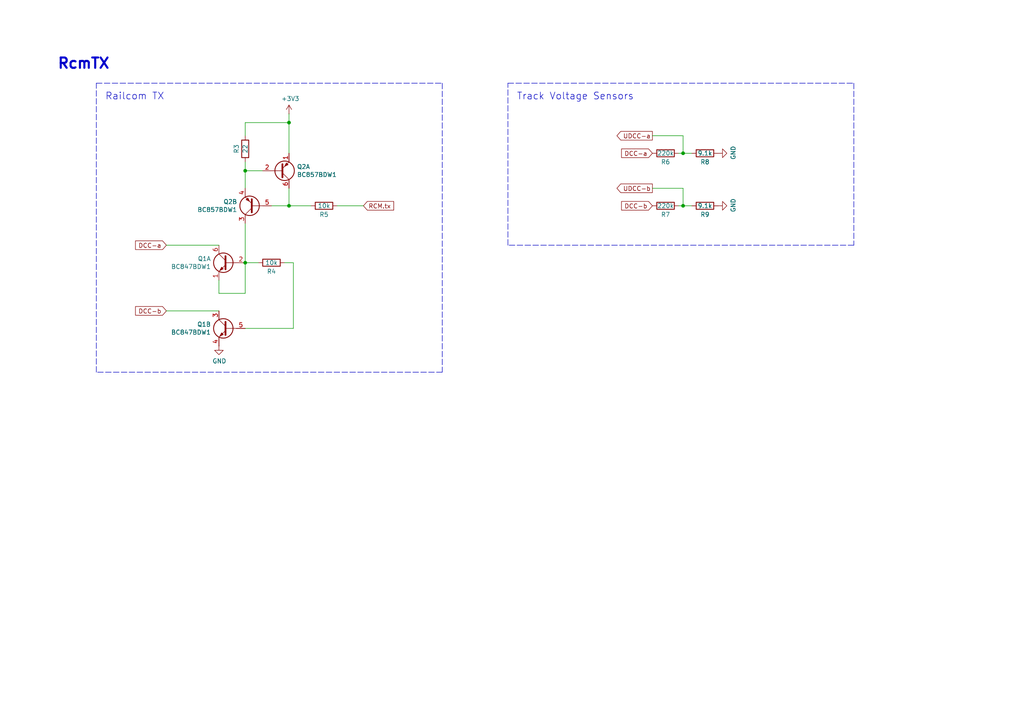
<source format=kicad_sch>
(kicad_sch (version 20250114) (generator "eeschema") (generator_version "9.0")
  (paper "A4")
  (title_block (title "RTB P26 Railcom/Motor IF") (date "2025-09-07") (rev "1") (company "Frank Schumacher") (comment 1 "Railcom sender & Motor driver") (comment 2 "P26.1"))
  (lib_symbols
    (symbol "Device:R" (pin_numbers (hide yes)) (pin_names (offset 0))
      (property "Reference" "R" (at 2.032 0 90))
      (property "Value" "R" (at 0 0 90))
      (symbol "R_0_1"
        (rectangle (start -1.016 -2.54) (end 1.016 2.54) (stroke (width 0.254)))
      )
      (symbol "R_1_1"
        (pin passive line (at 0 3.81 270) (length 1.27) (name "~") (number "1"))
        (pin passive line (at 0 -3.81 90) (length 1.27) (name "~") (number "2"))
      )
    )
    (symbol "Transistor_BJT:BC847BDW1" (pin_names (offset 0) (hide yes))
      (property "Reference" "Q" (at 5.08 1.27 0))
      (property "Value" "BC847BDW1" (at 5.08 -1.27 0))
      (symbol "BC847BDW1_0_1"
        (polyline (pts (xy 0.635 1.905) (xy 0.635 -1.905)) (stroke (width 0.508)))
        (polyline (pts (xy 0.635 0.635) (xy 2.54 2.54)))
        (polyline (pts (xy 0.635 0) (xy -2.54 0)))
        (polyline (pts (xy 0.635 -0.635) (xy 2.54 -2.54)))
        (circle (center 1.27 0) (radius 2.8194) (stroke (width 0.254)))
        (polyline (pts (xy 1.27 -1.778) (xy 1.778 -1.27) (xy 2.286 -2.286) (xy 1.27 -1.778)) (fill (type outline)))
      )
      (symbol "BC847BDW1_1_1"
        (pin input line (at -5.08 0 0) (length 2.54) (name "B1") (number "2"))
        (pin passive line (at 2.54 5.08 270) (length 2.54) (name "C1") (number "6"))
        (pin passive line (at 2.54 -5.08 90) (length 2.54) (name "E1") (number "1"))
      )
      (symbol "BC847BDW1_2_1"
        (pin input line (at -5.08 0 0) (length 2.54) (name "B2") (number "5"))
        (pin passive line (at 2.54 5.08 270) (length 2.54) (name "C2") (number "3"))
        (pin passive line (at 2.54 -5.08 90) (length 2.54) (name "E2") (number "4"))
      )
    )
    (symbol "Transistor_BJT:BC857BDW1" (pin_names (offset 0) (hide yes))
      (property "Reference" "Q" (at 5.08 1.27 0))
      (property "Value" "BC857BDW1" (at 5.08 -1.27 0))
      (symbol "BC857BDW1_0_1"
        (polyline (pts (xy 0.635 1.905) (xy 0.635 -1.905)) (stroke (width 0.508)))
        (polyline (pts (xy 0.635 0.635) (xy 2.54 2.54)))
        (polyline (pts (xy 0.635 0) (xy -2.54 0)))
        (polyline (pts (xy 0.635 -0.635) (xy 2.54 -2.54)))
        (circle (center 1.27 0) (radius 2.8194) (stroke (width 0.254)))
        (polyline (pts (xy 2.286 -1.778) (xy 1.778 -2.286) (xy 1.27 -1.27) (xy 2.286 -1.778)) (fill (type outline)))
      )
      (symbol "BC857BDW1_1_1"
        (pin input line (at -5.08 0 0) (length 2.54) (name "B1") (number "2"))
        (pin passive line (at 2.54 5.08 270) (length 2.54) (name "C1") (number "6"))
        (pin passive line (at 2.54 -5.08 90) (length 2.54) (name "E1") (number "1"))
      )
      (symbol "BC857BDW1_2_1"
        (pin input line (at -5.08 0 0) (length 2.54) (name "B2") (number "5"))
        (pin passive line (at 2.54 5.08 270) (length 2.54) (name "C2") (number "3"))
        (pin passive line (at 2.54 -5.08 90) (length 2.54) (name "E2") (number "4"))
      )
    )
    (symbol "power:+3V3" (power) (pin_numbers (hide yes)) (pin_names (offset 0) (hide yes))
      (property "Value" "+3V3" (at 0 3.556 0))
      (symbol "+3V3_0_1"
        (polyline (pts (xy -0.762 1.27) (xy 0 2.54)))
        (polyline (pts (xy 0 2.54) (xy 0.762 1.27)))
        (polyline (pts (xy 0 0) (xy 0 2.54)))
      )
      (symbol "+3V3_1_1"
        (pin power_in line (at 0 0 90) (length 0) (name "~") (number "1"))
      )
    )
    (symbol "power:GND" (power) (pin_numbers (hide yes)) (pin_names (offset 0) (hide yes))
      (property "Value" "GND" (at 0 -3.81 0))
      (symbol "GND_0_1"
        (polyline (pts (xy 0 0) (xy 0 -1.27) (xy 1.27 -1.27) (xy 0 -2.54) (xy -1.27 -1.27) (xy 0 -1.27)))
      )
      (symbol "GND_1_1"
        (pin power_in line (at 0 0 270) (length 0) (name "~") (number "1"))
      )
    )
  )
  (text "RcmTX" (at 16.51 20.32 0) (effects (font (size 2.9972 2.9972) (thickness 0.5994) (bold yes)) (justify left bottom)))
  (text "Railcom TX" (at 30.48 29.21 0) (effects (font (size 2.0066 2.0066)) (justify left bottom)))
  (text "Track Voltage Sensors" (at 149.86 29.21 0) (effects (font (size 2.0066 2.0066)) (justify left bottom)))
  (junction (at 83.82 59.69))
  (junction (at 198.12 44.45))
  (junction (at 71.12 76.2))
  (junction (at 198.12 59.69))
  (junction (at 71.12 49.53))
  (junction (at 83.82 35.56))
  (wire (pts (xy 198.12 39.37) (xy 198.12 44.45)))
  (polyline (pts (xy 128.27 107.95) (xy 27.94 107.95)) (stroke (width 0) (type dash)))
  (wire (pts (xy 71.12 95.25) (xy 85.09 95.25)))
  (wire (pts (xy 83.82 44.45) (xy 83.82 35.56)))
  (wire (pts (xy 97.79 59.69) (xy 105.41 59.69)))
  (wire (pts (xy 198.12 59.69) (xy 200.66 59.69)))
  (wire (pts (xy 198.12 54.61) (xy 198.12 59.69)))
  (wire (pts (xy 198.12 44.45) (xy 200.66 44.45)))
  (polyline (pts (xy 27.94 107.95) (xy 27.94 24.13)) (stroke (width 0) (type dash)))
  (wire (pts (xy 189.23 54.61) (xy 198.12 54.61)))
  (polyline (pts (xy 247.65 71.12) (xy 147.32 71.12)) (stroke (width 0) (type dash)))
  (wire (pts (xy 71.12 85.09) (xy 71.12 76.2)))
  (wire (pts (xy 78.74 59.69) (xy 83.82 59.69)))
  (wire (pts (xy 196.85 44.45) (xy 198.12 44.45)))
  (polyline (pts (xy 128.27 24.13) (xy 128.27 107.95)) (stroke (width 0) (type dash)))
  (wire (pts (xy 71.12 76.2) (xy 74.93 76.2)))
  (wire (pts (xy 85.09 95.25) (xy 85.09 76.2)))
  (wire (pts (xy 63.5 81.28) (xy 63.5 85.09)))
  (wire (pts (xy 83.82 35.56) (xy 83.82 33.02)))
  (wire (pts (xy 85.09 76.2) (xy 82.55 76.2)))
  (wire (pts (xy 71.12 35.56) (xy 71.12 39.37)))
  (wire (pts (xy 48.26 90.17) (xy 63.5 90.17)))
  (wire (pts (xy 83.82 59.69) (xy 83.82 54.61)))
  (wire (pts (xy 71.12 54.61) (xy 71.12 49.53)))
  (wire (pts (xy 71.12 46.99) (xy 71.12 49.53)))
  (wire (pts (xy 63.5 85.09) (xy 71.12 85.09)))
  (polyline (pts (xy 147.32 71.12) (xy 147.32 24.13)) (stroke (width 0) (type dash)))
  (wire (pts (xy 71.12 64.77) (xy 71.12 76.2)))
  (wire (pts (xy 71.12 35.56) (xy 83.82 35.56)))
  (polyline (pts (xy 247.65 24.13) (xy 247.65 71.12)) (stroke (width 0) (type dash)))
  (polyline (pts (xy 27.94 24.13) (xy 128.27 24.13)) (stroke (width 0) (type dash)))
  (wire (pts (xy 63.5 71.12) (xy 48.26 71.12)))
  (wire (pts (xy 196.85 59.69) (xy 198.12 59.69)))
  (wire (pts (xy 71.12 49.53) (xy 76.2 49.53)))
  (wire (pts (xy 189.23 39.37) (xy 198.12 39.37)))
  (polyline (pts (xy 147.32 24.13) (xy 247.65 24.13)) (stroke (width 0) (type dash)))
  (wire (pts (xy 83.82 59.69) (xy 90.17 59.69)))
  (global_label "RCM.tx" (shape input) (at 105.41 59.69 0) (property "Intersheetrefs" "${INTERSHEET_REFS}" (effects (hide yes))))
  (global_label "UDCC-b" (shape output) (at 189.23 54.61 180) (property "Intersheetrefs" "${INTERSHEET_REFS}" (effects (hide yes))))
  (global_label "DCC-a" (shape input) (at 48.26 71.12 180) (property "Intersheetrefs" "${INTERSHEET_REFS}" (effects (hide yes))))
  (global_label "DCC-b" (shape input) (at 48.26 90.17 180) (property "Intersheetrefs" "${INTERSHEET_REFS}" (effects (hide yes))))
  (global_label "DCC-b" (shape input) (at 189.23 59.69 180) (property "Intersheetrefs" "${INTERSHEET_REFS}" (effects (hide yes))))
  (global_label "DCC-a" (shape input) (at 189.23 44.45 180) (property "Intersheetrefs" "${INTERSHEET_REFS}" (effects (hide yes))))
  (global_label "UDCC-a" (shape output) (at 189.23 39.37 180) (property "Intersheetrefs" "${INTERSHEET_REFS}" (effects (hide yes))))
  (symbol (lib_id "Device:R") (at 193.04 44.45 90) (unit 1)
    (property "Reference" "R6" (at 193.04 46.99 90))
    (property "Value" "220k" (at 193.04 44.45 90))
    (property "Footprint" "Resistor_SMD:R_0603_1608Metric" (effects (hide yes)))
    (property "Description" "-55℃~+155℃ 100mW 220kΩ 75V Thick Film Resistor ±1% ±100ppm/℃ 0603 Chip Resistor - Surface Mount ROHS" (effects (hide yes)))
    (property "JLCPCB" "C22961" (effects (hide yes)))
  )
  (symbol (lib_id "Device:R") (at 204.47 44.45 90) (unit 1)
    (property "Reference" "R8" (at 204.47 46.99 90))
    (property "Value" "9.1k" (at 204.47 44.45 90))
    (property "Footprint" "Resistor_SMD:R_0603_1608Metric" (effects (hide yes)))
    (property "Description" "-55℃~+155℃ 100mW 75V 9.1kΩ Thick Film Resistor ±1% ±100ppm/℃ 0603 Chip Resistor - Surface Mount ROHS" (effects (hide yes)))
    (property "JLCPCB" "C23260" (effects (hide yes)))
  )
  (symbol (lib_id "power:GND") (at 208.28 44.45 90) (unit 1)
    (property "Reference" "#PWR0128" (effects (hide yes)))
    (property "Value" "GND" (at 212.6742 44.323 0))
    (instances (project "" (path "" (reference "#PWR?") (unit 1)) (path "" (reference "#PWR0128") (unit 1)) (path "" (reference "#PWR?") (unit 1))))
  )
  (symbol (lib_id "Device:R") (at 193.04 59.69 90) (unit 1)
    (property "Reference" "R7" (at 193.04 62.23 90))
    (property "Value" "220k" (at 193.04 59.69 90))
    (property "Footprint" "Resistor_SMD:R_0603_1608Metric" (effects (hide yes)))
    (property "Description" "-55℃~+155℃ 100mW 220kΩ 75V Thick Film Resistor ±1% ±100ppm/℃ 0603 Chip Resistor - Surface Mount ROHS" (effects (hide yes)))
    (property "JLCPCB" "C22961" (effects (hide yes)))
  )
  (symbol (lib_id "Device:R") (at 204.47 59.69 90) (unit 1)
    (property "Reference" "R9" (at 204.47 62.23 90))
    (property "Value" "9.1k" (at 204.47 59.69 90))
    (property "Footprint" "Resistor_SMD:R_0603_1608Metric" (effects (hide yes)))
    (property "Description" "-55℃~+155℃ 100mW 75V 9.1kΩ Thick Film Resistor ±1% ±100ppm/℃ 0603 Chip Resistor - Surface Mount ROHS" (effects (hide yes)))
    (property "JLCPCB" "C23260" (effects (hide yes)))
  )
  (symbol (lib_id "power:GND") (at 208.28 59.69 90) (unit 1)
    (property "Reference" "#PWR0130" (effects (hide yes)))
    (property "Value" "GND" (at 212.6742 59.563 0))
    (instances (project "" (path "" (reference "#PWR?") (unit 1)) (path "" (reference "#PWR0130") (unit 1)) (path "" (reference "#PWR?") (unit 1))))
  )
  (symbol (lib_id "Transistor_BJT:BC857BDW1") (at 81.28 49.53 0) (mirror x) (unit 1)
    (property "Reference" "Q2" (at 86.106 48.3616 0) (effects (justify left)))
    (property "Value" "BC857BDW1" (at 86.106 50.673 0) (effects (justify left)))
    (property "Footprint" "Package_TO_SOT_SMD:SOT-363_SC-70-6" (effects (hide yes)))
    (property "Datasheet" "http://www.onsemi.com/pub_link/Collateral/BC856BDW1T1-D.PDF" (effects (hide yes)))
    (property "Description" "-55℃~+150℃ 100MHz 100mA 150@2.0mA,5.0V 15nA 250mW 45V 5V 650mV PNP SOT-363(SC-88) Bipolar (BJT) ROHS" (effects (hide yes)))
    (property "JLCPCB" "C383198" (effects (hide yes)))
  )
  (symbol (lib_id "Transistor_BJT:BC857BDW1") (at 73.66 59.69 180) (unit 2)
    (property "Reference" "Q2" (at 68.8086 58.5216 0) (effects (justify left)))
    (property "Value" "BC857BDW1" (at 68.8086 60.833 0) (effects (justify left)))
    (property "Footprint" "Package_TO_SOT_SMD:SOT-363_SC-70-6" (effects (hide yes)))
    (property "Datasheet" "http://www.onsemi.com/pub_link/Collateral/BC856BDW1T1-D.PDF" (effects (hide yes)))
    (property "Description" "-55℃~+150℃ 100MHz 100mA 150@2.0mA,5.0V 15nA 250mW 45V 5V 650mV PNP SOT-363(SC-88) Bipolar (BJT) ROHS" (effects (hide yes)))
    (property "JLCPCB" "C383198" (effects (hide yes)))
  )
  (symbol (lib_id "Device:R") (at 93.98 59.69 270) (unit 1)
    (property "Reference" "R5" (at 93.98 62.23 90))
    (property "Value" "10k" (at 93.98 59.69 90))
    (property "Footprint" "Resistor_SMD:R_0603_1608Metric" (effects (hide yes)))
    (property "Description" "-55℃~+155℃ 100mW 10kΩ 75V Thick Film Resistor ±1% ±100ppm/℃ 0603 Chip Resistor - Surface Mount ROHS" (effects (hide yes)))
    (property "JLCPCB" "C25804" (effects (hide yes)))
  )
  (symbol (lib_id "Device:R") (at 71.12 43.18 0) (unit 1)
    (property "Reference" "R3" (at 68.58 43.18 90))
    (property "Value" "22" (at 71.12 43.18 90))
    (property "Footprint" "Resistor_SMD:R_0603_1608Metric" (effects (hide yes)))
    (property "Description" "-55℃~+155℃ 100mW 22Ω 75V Thick Film Resistor ±1% ±100ppm/℃ 0603 Chip Resistor - Surface Mount ROHS" (effects (hide yes)))
    (property "JLCPCB" "C23345" (effects (hide yes)))
  )
  (symbol (lib_id "power:+3V3") (at 83.82 33.02 0) (unit 1)
    (property "Reference" "#PWR0113" (effects (hide yes)))
    (property "Value" "+3V3" (at 84.201 28.6258 0))
    (instances (project "" (path "" (reference "#PWR?") (unit 1)) (path "" (reference "#PWR0113") (unit 1))))
  )
  (symbol (lib_id "Transistor_BJT:BC847BDW1") (at 66.04 76.2 0) (mirror y) (unit 1)
    (property "Reference" "Q1" (at 61.1886 75.0316 0) (effects (justify left)))
    (property "Value" "BC847BDW1" (at 61.1886 77.343 0) (effects (justify left)))
    (property "Footprint" "Package_TO_SOT_SMD:SOT-363_SC-70-6" (effects (hide yes)))
    (property "Datasheet" "http://www.onsemi.com/pub_link/Collateral/BC846BDW1T1-D.PDF" (effects (hide yes)))
    (property "Description" "-55℃~+150℃ 1 NPN + 1 PNP 100MHz 100mA 15nA 200@2.0mA,5.0V 380mW 45V 600mV@10mA,0.5mA 6V NPN+PNP SOT-363(SC-88) Bipolar (BJT) ROHS" (effects (hide yes)))
    (property "JLCPCB" "C164103" (effects (hide yes)))
  )
  (symbol (lib_id "Device:R") (at 78.74 76.2 270) (unit 1)
    (property "Reference" "R4" (at 78.74 78.74 90))
    (property "Value" "10k" (at 78.74 76.2 90))
    (property "Footprint" "Resistor_SMD:R_0603_1608Metric" (effects (hide yes)))
    (property "Description" "-55℃~+155℃ 100mW 10kΩ 75V Thick Film Resistor ±1% ±100ppm/℃ 0603 Chip Resistor - Surface Mount ROHS" (effects (hide yes)))
    (property "JLCPCB" "C25804" (effects (hide yes)))
  )
  (symbol (lib_id "Transistor_BJT:BC847BDW1") (at 66.04 95.25 0) (mirror y) (unit 2)
    (property "Reference" "Q1" (at 61.1886 94.0816 0) (effects (justify left)))
    (property "Value" "BC847BDW1" (at 61.1886 96.393 0) (effects (justify left)))
    (property "Footprint" "Package_TO_SOT_SMD:SOT-363_SC-70-6" (effects (hide yes)))
    (property "Datasheet" "http://www.onsemi.com/pub_link/Collateral/BC846BDW1T1-D.PDF" (effects (hide yes)))
    (property "Description" "-55℃~+150℃ 1 NPN + 1 PNP 100MHz 100mA 15nA 200@2.0mA,5.0V 380mW 45V 600mV@10mA,0.5mA 6V NPN+PNP SOT-363(SC-88) Bipolar (BJT) ROHS" (effects (hide yes)))
    (property "JLCPCB" "C164103" (effects (hide yes)))
  )
  (symbol (lib_id "power:GND") (at 63.5 100.33 0) (unit 1)
    (property "Reference" "#PWR0114" (effects (hide yes)))
    (property "Value" "GND" (at 63.627 104.7242 0))
    (instances (project "" (path "" (reference "#PWR?") (unit 1)) (path "" (reference "#PWR0114") (unit 1)) (path "" (reference "#PWR?") (unit 1))))
  )
)
</source>
